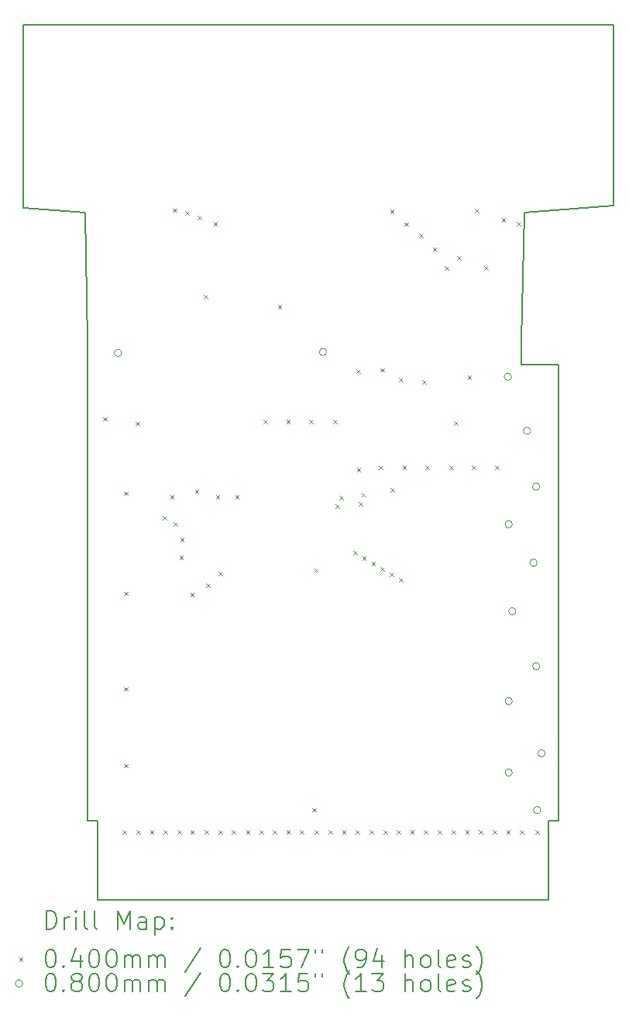
<source format=gbr>
%TF.GenerationSoftware,KiCad,Pcbnew,6.0.8*%
%TF.CreationDate,2022-10-09T16:42:21-07:00*%
%TF.ProjectId,interposer,696e7465-7270-46f7-9365-722e6b696361,v4.0*%
%TF.SameCoordinates,Original*%
%TF.FileFunction,Drillmap*%
%TF.FilePolarity,Positive*%
%FSLAX45Y45*%
G04 Gerber Fmt 4.5, Leading zero omitted, Abs format (unit mm)*
G04 Created by KiCad (PCBNEW 6.0.8) date 2022-10-09 16:42:21*
%MOMM*%
%LPD*%
G01*
G04 APERTURE LIST*
%ADD10C,0.150000*%
%ADD11C,0.200000*%
%ADD12C,0.040000*%
%ADD13C,0.080000*%
G04 APERTURE END LIST*
D10*
X7430000Y-9140000D02*
X7430000Y-3900000D01*
X6725000Y-450000D02*
X8225000Y-450000D01*
X12200000Y-2500000D02*
X13175000Y-2425000D01*
X7430000Y-3900000D02*
X7400000Y-2500000D01*
X7400000Y-2500000D02*
X6725000Y-2450000D01*
X12570000Y-9140000D02*
X12570000Y-4160000D01*
X7540000Y-10000000D02*
X12460000Y-10000000D01*
X13175000Y-450000D02*
X13125000Y-450000D01*
X13175000Y-2425000D02*
X13175000Y-950000D01*
X12460000Y-10000000D02*
X12460000Y-9140000D01*
X12170000Y-3900000D02*
X12170000Y-4160000D01*
X12460000Y-9140000D02*
X12570000Y-9140000D01*
X12570000Y-4160000D02*
X12170000Y-4160000D01*
X6725000Y-2450000D02*
X6725000Y-450000D01*
X7540000Y-9140000D02*
X7430000Y-9140000D01*
X7540000Y-10000000D02*
X7540000Y-9140000D01*
X13175000Y-950000D02*
X13175000Y-450000D01*
X8225000Y-450000D02*
X13125000Y-450000D01*
X12170000Y-3900000D02*
X12200000Y-2500000D01*
D11*
D12*
X7600000Y-4729800D02*
X7640000Y-4769800D01*
X7640000Y-4729800D02*
X7600000Y-4769800D01*
X7810000Y-9240000D02*
X7850000Y-9280000D01*
X7850000Y-9240000D02*
X7810000Y-9280000D01*
X7828600Y-5542600D02*
X7868600Y-5582600D01*
X7868600Y-5542600D02*
X7828600Y-5582600D01*
X7828600Y-6634800D02*
X7868600Y-6674800D01*
X7868600Y-6634800D02*
X7828600Y-6674800D01*
X7828600Y-7676200D02*
X7868600Y-7716200D01*
X7868600Y-7676200D02*
X7828600Y-7716200D01*
X7828600Y-8514400D02*
X7868600Y-8554400D01*
X7868600Y-8514400D02*
X7828600Y-8554400D01*
X7952000Y-4782000D02*
X7992000Y-4822000D01*
X7992000Y-4782000D02*
X7952000Y-4822000D01*
X7960000Y-9240000D02*
X8000000Y-9280000D01*
X8000000Y-9240000D02*
X7960000Y-9280000D01*
X8110000Y-9240000D02*
X8150000Y-9280000D01*
X8150000Y-9240000D02*
X8110000Y-9280000D01*
X8250000Y-5810000D02*
X8290000Y-5850000D01*
X8290000Y-5810000D02*
X8250000Y-5850000D01*
X8260000Y-9240000D02*
X8300000Y-9280000D01*
X8300000Y-9240000D02*
X8260000Y-9280000D01*
X8330000Y-5580000D02*
X8370000Y-5620000D01*
X8370000Y-5580000D02*
X8330000Y-5620000D01*
X8357000Y-2454000D02*
X8397000Y-2494000D01*
X8397000Y-2454000D02*
X8357000Y-2494000D01*
X8364760Y-5875240D02*
X8404760Y-5915240D01*
X8404760Y-5875240D02*
X8364760Y-5915240D01*
X8410000Y-9240000D02*
X8450000Y-9280000D01*
X8450000Y-9240000D02*
X8410000Y-9280000D01*
X8430000Y-6240000D02*
X8470000Y-6280000D01*
X8470000Y-6240000D02*
X8430000Y-6280000D01*
X8440000Y-6050000D02*
X8480000Y-6090000D01*
X8480000Y-6050000D02*
X8440000Y-6090000D01*
X8493000Y-2485000D02*
X8533000Y-2525000D01*
X8533000Y-2485000D02*
X8493000Y-2525000D01*
X8550000Y-6649000D02*
X8590000Y-6689000D01*
X8590000Y-6649000D02*
X8550000Y-6689000D01*
X8550000Y-9240000D02*
X8590000Y-9280000D01*
X8590000Y-9240000D02*
X8550000Y-9280000D01*
X8600000Y-5520000D02*
X8640000Y-5560000D01*
X8640000Y-5520000D02*
X8600000Y-5560000D01*
X8627000Y-2536000D02*
X8667000Y-2576000D01*
X8667000Y-2536000D02*
X8627000Y-2576000D01*
X8697000Y-3399000D02*
X8737000Y-3439000D01*
X8737000Y-3399000D02*
X8697000Y-3439000D01*
X8705000Y-9240000D02*
X8745000Y-9280000D01*
X8745000Y-9240000D02*
X8705000Y-9280000D01*
X8720000Y-6546000D02*
X8760000Y-6586000D01*
X8760000Y-6546000D02*
X8720000Y-6586000D01*
X8804000Y-2598000D02*
X8844000Y-2638000D01*
X8844000Y-2598000D02*
X8804000Y-2638000D01*
X8830000Y-5580000D02*
X8870000Y-5620000D01*
X8870000Y-5580000D02*
X8830000Y-5620000D01*
X8860000Y-6417000D02*
X8900000Y-6457000D01*
X8900000Y-6417000D02*
X8860000Y-6457000D01*
X8860000Y-9240000D02*
X8900000Y-9280000D01*
X8900000Y-9240000D02*
X8860000Y-9280000D01*
X9000000Y-9240000D02*
X9040000Y-9280000D01*
X9040000Y-9240000D02*
X9000000Y-9280000D01*
X9040000Y-5580000D02*
X9080000Y-5620000D01*
X9080000Y-5580000D02*
X9040000Y-5620000D01*
X9160000Y-9240000D02*
X9200000Y-9280000D01*
X9200000Y-9240000D02*
X9160000Y-9280000D01*
X9310000Y-9240000D02*
X9350000Y-9280000D01*
X9350000Y-9240000D02*
X9310000Y-9280000D01*
X9350000Y-4760000D02*
X9390000Y-4800000D01*
X9390000Y-4760000D02*
X9350000Y-4800000D01*
X9450000Y-9240000D02*
X9490000Y-9280000D01*
X9490000Y-9240000D02*
X9450000Y-9280000D01*
X9507000Y-3510000D02*
X9547000Y-3550000D01*
X9547000Y-3510000D02*
X9507000Y-3550000D01*
X9600000Y-4760000D02*
X9640000Y-4800000D01*
X9640000Y-4760000D02*
X9600000Y-4800000D01*
X9600000Y-9240000D02*
X9640000Y-9280000D01*
X9640000Y-9240000D02*
X9600000Y-9280000D01*
X9750000Y-9240000D02*
X9790000Y-9280000D01*
X9790000Y-9240000D02*
X9750000Y-9280000D01*
X9850000Y-4760000D02*
X9890000Y-4800000D01*
X9890000Y-4760000D02*
X9850000Y-4800000D01*
X9886000Y-8997000D02*
X9926000Y-9037000D01*
X9926000Y-8997000D02*
X9886000Y-9037000D01*
X9903000Y-6382000D02*
X9943000Y-6422000D01*
X9943000Y-6382000D02*
X9903000Y-6422000D01*
X9910000Y-9240000D02*
X9950000Y-9280000D01*
X9950000Y-9240000D02*
X9910000Y-9280000D01*
X10060000Y-9240000D02*
X10100000Y-9280000D01*
X10100000Y-9240000D02*
X10060000Y-9280000D01*
X10110000Y-4760000D02*
X10150000Y-4800000D01*
X10150000Y-4760000D02*
X10110000Y-4800000D01*
X10140000Y-5680000D02*
X10180000Y-5720000D01*
X10180000Y-5680000D02*
X10140000Y-5720000D01*
X10180614Y-5588619D02*
X10220614Y-5628619D01*
X10220614Y-5588619D02*
X10180614Y-5628619D01*
X10210000Y-9240000D02*
X10250000Y-9280000D01*
X10250000Y-9240000D02*
X10210000Y-9280000D01*
X10330000Y-6190000D02*
X10370000Y-6230000D01*
X10370000Y-6190000D02*
X10330000Y-6230000D01*
X10360000Y-9240000D02*
X10400000Y-9280000D01*
X10400000Y-9240000D02*
X10360000Y-9280000D01*
X10366000Y-4210000D02*
X10406000Y-4250000D01*
X10406000Y-4210000D02*
X10366000Y-4250000D01*
X10369000Y-5286000D02*
X10409000Y-5326000D01*
X10409000Y-5286000D02*
X10369000Y-5326000D01*
X10390000Y-5660000D02*
X10430000Y-5700000D01*
X10430000Y-5660000D02*
X10390000Y-5700000D01*
X10420000Y-5560000D02*
X10460000Y-5600000D01*
X10460000Y-5560000D02*
X10420000Y-5600000D01*
X10429999Y-6250000D02*
X10469999Y-6290000D01*
X10469999Y-6250000D02*
X10429999Y-6290000D01*
X10510000Y-9240000D02*
X10550000Y-9280000D01*
X10550000Y-9240000D02*
X10510000Y-9280000D01*
X10530000Y-6310000D02*
X10570000Y-6350000D01*
X10570000Y-6310000D02*
X10530000Y-6350000D01*
X10610000Y-5260000D02*
X10650000Y-5300000D01*
X10650000Y-5260000D02*
X10610000Y-5300000D01*
X10628000Y-4196000D02*
X10668000Y-4236000D01*
X10668000Y-4196000D02*
X10628000Y-4236000D01*
X10629999Y-6370000D02*
X10669999Y-6410000D01*
X10669999Y-6370000D02*
X10629999Y-6410000D01*
X10660000Y-9240000D02*
X10700000Y-9280000D01*
X10700000Y-9240000D02*
X10660000Y-9280000D01*
X10730712Y-6430711D02*
X10770712Y-6470711D01*
X10770712Y-6430711D02*
X10730712Y-6470711D01*
X10734000Y-2465000D02*
X10774000Y-2505000D01*
X10774000Y-2465000D02*
X10734000Y-2505000D01*
X10740000Y-5504000D02*
X10780000Y-5544000D01*
X10780000Y-5504000D02*
X10740000Y-5544000D01*
X10805000Y-9240000D02*
X10845000Y-9280000D01*
X10845000Y-9240000D02*
X10805000Y-9280000D01*
X10829950Y-4301000D02*
X10869950Y-4341000D01*
X10869950Y-4301000D02*
X10829950Y-4341000D01*
X10830000Y-6490000D02*
X10870000Y-6530000D01*
X10870000Y-6490000D02*
X10830000Y-6530000D01*
X10870000Y-5260000D02*
X10910000Y-5300000D01*
X10910000Y-5260000D02*
X10870000Y-5300000D01*
X10888000Y-2606000D02*
X10928000Y-2646000D01*
X10928000Y-2606000D02*
X10888000Y-2646000D01*
X10955000Y-9240000D02*
X10995000Y-9280000D01*
X10995000Y-9240000D02*
X10955000Y-9280000D01*
X11052000Y-2725000D02*
X11092000Y-2765000D01*
X11092000Y-2725000D02*
X11052000Y-2765000D01*
X11086950Y-4329366D02*
X11126950Y-4369366D01*
X11126950Y-4329366D02*
X11086950Y-4369366D01*
X11105000Y-9240000D02*
X11145000Y-9280000D01*
X11145000Y-9240000D02*
X11105000Y-9280000D01*
X11120000Y-5260000D02*
X11160000Y-5300000D01*
X11160000Y-5260000D02*
X11120000Y-5300000D01*
X11199000Y-2879000D02*
X11239000Y-2919000D01*
X11239000Y-2879000D02*
X11199000Y-2919000D01*
X11255000Y-9240000D02*
X11295000Y-9280000D01*
X11295000Y-9240000D02*
X11255000Y-9280000D01*
X11328000Y-3083000D02*
X11368000Y-3123000D01*
X11368000Y-3083000D02*
X11328000Y-3123000D01*
X11380000Y-5260000D02*
X11420000Y-5300000D01*
X11420000Y-5260000D02*
X11380000Y-5300000D01*
X11405000Y-9240000D02*
X11445000Y-9280000D01*
X11445000Y-9240000D02*
X11405000Y-9280000D01*
X11432000Y-4780000D02*
X11472000Y-4820000D01*
X11472000Y-4780000D02*
X11432000Y-4820000D01*
X11466000Y-2975000D02*
X11506000Y-3015000D01*
X11506000Y-2975000D02*
X11466000Y-3015000D01*
X11555000Y-9240000D02*
X11595000Y-9280000D01*
X11595000Y-9240000D02*
X11555000Y-9280000D01*
X11580214Y-4276047D02*
X11620214Y-4316047D01*
X11620214Y-4276047D02*
X11580214Y-4316047D01*
X11630000Y-5260000D02*
X11670000Y-5300000D01*
X11670000Y-5260000D02*
X11630000Y-5300000D01*
X11661000Y-2459000D02*
X11701000Y-2499000D01*
X11701000Y-2459000D02*
X11661000Y-2499000D01*
X11705000Y-9240000D02*
X11745000Y-9280000D01*
X11745000Y-9240000D02*
X11705000Y-9280000D01*
X11763000Y-3083000D02*
X11803000Y-3123000D01*
X11803000Y-3083000D02*
X11763000Y-3123000D01*
X11855000Y-9240000D02*
X11895000Y-9280000D01*
X11895000Y-9240000D02*
X11855000Y-9280000D01*
X11880000Y-5260000D02*
X11920000Y-5300000D01*
X11920000Y-5260000D02*
X11880000Y-5300000D01*
X11953000Y-2557000D02*
X11993000Y-2597000D01*
X11993000Y-2557000D02*
X11953000Y-2597000D01*
X12005000Y-9240000D02*
X12045000Y-9280000D01*
X12045000Y-9240000D02*
X12005000Y-9280000D01*
X12120000Y-2603000D02*
X12160000Y-2643000D01*
X12160000Y-2603000D02*
X12120000Y-2643000D01*
X12155000Y-9240000D02*
X12195000Y-9280000D01*
X12195000Y-9240000D02*
X12155000Y-9280000D01*
X12320000Y-9240000D02*
X12360000Y-9280000D01*
X12360000Y-9240000D02*
X12320000Y-9280000D01*
D13*
X7800000Y-4030000D02*
G75*
G03*
X7800000Y-4030000I-40000J0D01*
G01*
X10040000Y-4020000D02*
G75*
G03*
X10040000Y-4020000I-40000J0D01*
G01*
X12060000Y-4290000D02*
G75*
G03*
X12060000Y-4290000I-40000J0D01*
G01*
X12070000Y-5900000D02*
G75*
G03*
X12070000Y-5900000I-40000J0D01*
G01*
X12070000Y-7830000D02*
G75*
G03*
X12070000Y-7830000I-40000J0D01*
G01*
X12070000Y-8610000D02*
G75*
G03*
X12070000Y-8610000I-40000J0D01*
G01*
X12110000Y-6850000D02*
G75*
G03*
X12110000Y-6850000I-40000J0D01*
G01*
X12270000Y-4880000D02*
G75*
G03*
X12270000Y-4880000I-40000J0D01*
G01*
X12340000Y-6320000D02*
G75*
G03*
X12340000Y-6320000I-40000J0D01*
G01*
X12370000Y-5490000D02*
G75*
G03*
X12370000Y-5490000I-40000J0D01*
G01*
X12370000Y-7450000D02*
G75*
G03*
X12370000Y-7450000I-40000J0D01*
G01*
X12380000Y-9020000D02*
G75*
G03*
X12380000Y-9020000I-40000J0D01*
G01*
X12430000Y-8400000D02*
G75*
G03*
X12430000Y-8400000I-40000J0D01*
G01*
D11*
X6975119Y-10317976D02*
X6975119Y-10117976D01*
X7022738Y-10117976D01*
X7051309Y-10127500D01*
X7070357Y-10146548D01*
X7079881Y-10165595D01*
X7089405Y-10203690D01*
X7089405Y-10232262D01*
X7079881Y-10270357D01*
X7070357Y-10289405D01*
X7051309Y-10308452D01*
X7022738Y-10317976D01*
X6975119Y-10317976D01*
X7175119Y-10317976D02*
X7175119Y-10184643D01*
X7175119Y-10222738D02*
X7184643Y-10203690D01*
X7194167Y-10194167D01*
X7213214Y-10184643D01*
X7232262Y-10184643D01*
X7298928Y-10317976D02*
X7298928Y-10184643D01*
X7298928Y-10117976D02*
X7289405Y-10127500D01*
X7298928Y-10137024D01*
X7308452Y-10127500D01*
X7298928Y-10117976D01*
X7298928Y-10137024D01*
X7422738Y-10317976D02*
X7403690Y-10308452D01*
X7394167Y-10289405D01*
X7394167Y-10117976D01*
X7527500Y-10317976D02*
X7508452Y-10308452D01*
X7498928Y-10289405D01*
X7498928Y-10117976D01*
X7756071Y-10317976D02*
X7756071Y-10117976D01*
X7822738Y-10260833D01*
X7889405Y-10117976D01*
X7889405Y-10317976D01*
X8070357Y-10317976D02*
X8070357Y-10213214D01*
X8060833Y-10194167D01*
X8041786Y-10184643D01*
X8003690Y-10184643D01*
X7984643Y-10194167D01*
X8070357Y-10308452D02*
X8051309Y-10317976D01*
X8003690Y-10317976D01*
X7984643Y-10308452D01*
X7975119Y-10289405D01*
X7975119Y-10270357D01*
X7984643Y-10251310D01*
X8003690Y-10241786D01*
X8051309Y-10241786D01*
X8070357Y-10232262D01*
X8165595Y-10184643D02*
X8165595Y-10384643D01*
X8165595Y-10194167D02*
X8184643Y-10184643D01*
X8222738Y-10184643D01*
X8241786Y-10194167D01*
X8251309Y-10203690D01*
X8260833Y-10222738D01*
X8260833Y-10279881D01*
X8251309Y-10298929D01*
X8241786Y-10308452D01*
X8222738Y-10317976D01*
X8184643Y-10317976D01*
X8165595Y-10308452D01*
X8346548Y-10298929D02*
X8356071Y-10308452D01*
X8346548Y-10317976D01*
X8337024Y-10308452D01*
X8346548Y-10298929D01*
X8346548Y-10317976D01*
X8346548Y-10194167D02*
X8356071Y-10203690D01*
X8346548Y-10213214D01*
X8337024Y-10203690D01*
X8346548Y-10194167D01*
X8346548Y-10213214D01*
D12*
X6677500Y-10627500D02*
X6717500Y-10667500D01*
X6717500Y-10627500D02*
X6677500Y-10667500D01*
D11*
X7013214Y-10537976D02*
X7032262Y-10537976D01*
X7051309Y-10547500D01*
X7060833Y-10557024D01*
X7070357Y-10576071D01*
X7079881Y-10614167D01*
X7079881Y-10661786D01*
X7070357Y-10699881D01*
X7060833Y-10718929D01*
X7051309Y-10728452D01*
X7032262Y-10737976D01*
X7013214Y-10737976D01*
X6994167Y-10728452D01*
X6984643Y-10718929D01*
X6975119Y-10699881D01*
X6965595Y-10661786D01*
X6965595Y-10614167D01*
X6975119Y-10576071D01*
X6984643Y-10557024D01*
X6994167Y-10547500D01*
X7013214Y-10537976D01*
X7165595Y-10718929D02*
X7175119Y-10728452D01*
X7165595Y-10737976D01*
X7156071Y-10728452D01*
X7165595Y-10718929D01*
X7165595Y-10737976D01*
X7346548Y-10604643D02*
X7346548Y-10737976D01*
X7298928Y-10528452D02*
X7251309Y-10671310D01*
X7375119Y-10671310D01*
X7489405Y-10537976D02*
X7508452Y-10537976D01*
X7527500Y-10547500D01*
X7537024Y-10557024D01*
X7546548Y-10576071D01*
X7556071Y-10614167D01*
X7556071Y-10661786D01*
X7546548Y-10699881D01*
X7537024Y-10718929D01*
X7527500Y-10728452D01*
X7508452Y-10737976D01*
X7489405Y-10737976D01*
X7470357Y-10728452D01*
X7460833Y-10718929D01*
X7451309Y-10699881D01*
X7441786Y-10661786D01*
X7441786Y-10614167D01*
X7451309Y-10576071D01*
X7460833Y-10557024D01*
X7470357Y-10547500D01*
X7489405Y-10537976D01*
X7679881Y-10537976D02*
X7698928Y-10537976D01*
X7717976Y-10547500D01*
X7727500Y-10557024D01*
X7737024Y-10576071D01*
X7746548Y-10614167D01*
X7746548Y-10661786D01*
X7737024Y-10699881D01*
X7727500Y-10718929D01*
X7717976Y-10728452D01*
X7698928Y-10737976D01*
X7679881Y-10737976D01*
X7660833Y-10728452D01*
X7651309Y-10718929D01*
X7641786Y-10699881D01*
X7632262Y-10661786D01*
X7632262Y-10614167D01*
X7641786Y-10576071D01*
X7651309Y-10557024D01*
X7660833Y-10547500D01*
X7679881Y-10537976D01*
X7832262Y-10737976D02*
X7832262Y-10604643D01*
X7832262Y-10623690D02*
X7841786Y-10614167D01*
X7860833Y-10604643D01*
X7889405Y-10604643D01*
X7908452Y-10614167D01*
X7917976Y-10633214D01*
X7917976Y-10737976D01*
X7917976Y-10633214D02*
X7927500Y-10614167D01*
X7946548Y-10604643D01*
X7975119Y-10604643D01*
X7994167Y-10614167D01*
X8003690Y-10633214D01*
X8003690Y-10737976D01*
X8098928Y-10737976D02*
X8098928Y-10604643D01*
X8098928Y-10623690D02*
X8108452Y-10614167D01*
X8127500Y-10604643D01*
X8156071Y-10604643D01*
X8175119Y-10614167D01*
X8184643Y-10633214D01*
X8184643Y-10737976D01*
X8184643Y-10633214D02*
X8194167Y-10614167D01*
X8213214Y-10604643D01*
X8241786Y-10604643D01*
X8260833Y-10614167D01*
X8270357Y-10633214D01*
X8270357Y-10737976D01*
X8660833Y-10528452D02*
X8489405Y-10785595D01*
X8917976Y-10537976D02*
X8937024Y-10537976D01*
X8956071Y-10547500D01*
X8965595Y-10557024D01*
X8975119Y-10576071D01*
X8984643Y-10614167D01*
X8984643Y-10661786D01*
X8975119Y-10699881D01*
X8965595Y-10718929D01*
X8956071Y-10728452D01*
X8937024Y-10737976D01*
X8917976Y-10737976D01*
X8898929Y-10728452D01*
X8889405Y-10718929D01*
X8879881Y-10699881D01*
X8870357Y-10661786D01*
X8870357Y-10614167D01*
X8879881Y-10576071D01*
X8889405Y-10557024D01*
X8898929Y-10547500D01*
X8917976Y-10537976D01*
X9070357Y-10718929D02*
X9079881Y-10728452D01*
X9070357Y-10737976D01*
X9060833Y-10728452D01*
X9070357Y-10718929D01*
X9070357Y-10737976D01*
X9203690Y-10537976D02*
X9222738Y-10537976D01*
X9241786Y-10547500D01*
X9251310Y-10557024D01*
X9260833Y-10576071D01*
X9270357Y-10614167D01*
X9270357Y-10661786D01*
X9260833Y-10699881D01*
X9251310Y-10718929D01*
X9241786Y-10728452D01*
X9222738Y-10737976D01*
X9203690Y-10737976D01*
X9184643Y-10728452D01*
X9175119Y-10718929D01*
X9165595Y-10699881D01*
X9156071Y-10661786D01*
X9156071Y-10614167D01*
X9165595Y-10576071D01*
X9175119Y-10557024D01*
X9184643Y-10547500D01*
X9203690Y-10537976D01*
X9460833Y-10737976D02*
X9346548Y-10737976D01*
X9403690Y-10737976D02*
X9403690Y-10537976D01*
X9384643Y-10566548D01*
X9365595Y-10585595D01*
X9346548Y-10595119D01*
X9641786Y-10537976D02*
X9546548Y-10537976D01*
X9537024Y-10633214D01*
X9546548Y-10623690D01*
X9565595Y-10614167D01*
X9613214Y-10614167D01*
X9632262Y-10623690D01*
X9641786Y-10633214D01*
X9651310Y-10652262D01*
X9651310Y-10699881D01*
X9641786Y-10718929D01*
X9632262Y-10728452D01*
X9613214Y-10737976D01*
X9565595Y-10737976D01*
X9546548Y-10728452D01*
X9537024Y-10718929D01*
X9717976Y-10537976D02*
X9851310Y-10537976D01*
X9765595Y-10737976D01*
X9917976Y-10537976D02*
X9917976Y-10576071D01*
X9994167Y-10537976D02*
X9994167Y-10576071D01*
X10289405Y-10814167D02*
X10279881Y-10804643D01*
X10260833Y-10776071D01*
X10251310Y-10757024D01*
X10241786Y-10728452D01*
X10232262Y-10680833D01*
X10232262Y-10642738D01*
X10241786Y-10595119D01*
X10251310Y-10566548D01*
X10260833Y-10547500D01*
X10279881Y-10518929D01*
X10289405Y-10509405D01*
X10375119Y-10737976D02*
X10413214Y-10737976D01*
X10432262Y-10728452D01*
X10441786Y-10718929D01*
X10460833Y-10690357D01*
X10470357Y-10652262D01*
X10470357Y-10576071D01*
X10460833Y-10557024D01*
X10451310Y-10547500D01*
X10432262Y-10537976D01*
X10394167Y-10537976D01*
X10375119Y-10547500D01*
X10365595Y-10557024D01*
X10356071Y-10576071D01*
X10356071Y-10623690D01*
X10365595Y-10642738D01*
X10375119Y-10652262D01*
X10394167Y-10661786D01*
X10432262Y-10661786D01*
X10451310Y-10652262D01*
X10460833Y-10642738D01*
X10470357Y-10623690D01*
X10641786Y-10604643D02*
X10641786Y-10737976D01*
X10594167Y-10528452D02*
X10546548Y-10671310D01*
X10670357Y-10671310D01*
X10898929Y-10737976D02*
X10898929Y-10537976D01*
X10984643Y-10737976D02*
X10984643Y-10633214D01*
X10975119Y-10614167D01*
X10956071Y-10604643D01*
X10927500Y-10604643D01*
X10908452Y-10614167D01*
X10898929Y-10623690D01*
X11108452Y-10737976D02*
X11089405Y-10728452D01*
X11079881Y-10718929D01*
X11070357Y-10699881D01*
X11070357Y-10642738D01*
X11079881Y-10623690D01*
X11089405Y-10614167D01*
X11108452Y-10604643D01*
X11137024Y-10604643D01*
X11156071Y-10614167D01*
X11165595Y-10623690D01*
X11175119Y-10642738D01*
X11175119Y-10699881D01*
X11165595Y-10718929D01*
X11156071Y-10728452D01*
X11137024Y-10737976D01*
X11108452Y-10737976D01*
X11289405Y-10737976D02*
X11270357Y-10728452D01*
X11260833Y-10709405D01*
X11260833Y-10537976D01*
X11441786Y-10728452D02*
X11422738Y-10737976D01*
X11384643Y-10737976D01*
X11365595Y-10728452D01*
X11356071Y-10709405D01*
X11356071Y-10633214D01*
X11365595Y-10614167D01*
X11384643Y-10604643D01*
X11422738Y-10604643D01*
X11441786Y-10614167D01*
X11451309Y-10633214D01*
X11451309Y-10652262D01*
X11356071Y-10671310D01*
X11527500Y-10728452D02*
X11546548Y-10737976D01*
X11584643Y-10737976D01*
X11603690Y-10728452D01*
X11613214Y-10709405D01*
X11613214Y-10699881D01*
X11603690Y-10680833D01*
X11584643Y-10671310D01*
X11556071Y-10671310D01*
X11537024Y-10661786D01*
X11527500Y-10642738D01*
X11527500Y-10633214D01*
X11537024Y-10614167D01*
X11556071Y-10604643D01*
X11584643Y-10604643D01*
X11603690Y-10614167D01*
X11679881Y-10814167D02*
X11689405Y-10804643D01*
X11708452Y-10776071D01*
X11717976Y-10757024D01*
X11727500Y-10728452D01*
X11737024Y-10680833D01*
X11737024Y-10642738D01*
X11727500Y-10595119D01*
X11717976Y-10566548D01*
X11708452Y-10547500D01*
X11689405Y-10518929D01*
X11679881Y-10509405D01*
D13*
X6717500Y-10911500D02*
G75*
G03*
X6717500Y-10911500I-40000J0D01*
G01*
D11*
X7013214Y-10801976D02*
X7032262Y-10801976D01*
X7051309Y-10811500D01*
X7060833Y-10821024D01*
X7070357Y-10840071D01*
X7079881Y-10878167D01*
X7079881Y-10925786D01*
X7070357Y-10963881D01*
X7060833Y-10982929D01*
X7051309Y-10992452D01*
X7032262Y-11001976D01*
X7013214Y-11001976D01*
X6994167Y-10992452D01*
X6984643Y-10982929D01*
X6975119Y-10963881D01*
X6965595Y-10925786D01*
X6965595Y-10878167D01*
X6975119Y-10840071D01*
X6984643Y-10821024D01*
X6994167Y-10811500D01*
X7013214Y-10801976D01*
X7165595Y-10982929D02*
X7175119Y-10992452D01*
X7165595Y-11001976D01*
X7156071Y-10992452D01*
X7165595Y-10982929D01*
X7165595Y-11001976D01*
X7289405Y-10887690D02*
X7270357Y-10878167D01*
X7260833Y-10868643D01*
X7251309Y-10849595D01*
X7251309Y-10840071D01*
X7260833Y-10821024D01*
X7270357Y-10811500D01*
X7289405Y-10801976D01*
X7327500Y-10801976D01*
X7346548Y-10811500D01*
X7356071Y-10821024D01*
X7365595Y-10840071D01*
X7365595Y-10849595D01*
X7356071Y-10868643D01*
X7346548Y-10878167D01*
X7327500Y-10887690D01*
X7289405Y-10887690D01*
X7270357Y-10897214D01*
X7260833Y-10906738D01*
X7251309Y-10925786D01*
X7251309Y-10963881D01*
X7260833Y-10982929D01*
X7270357Y-10992452D01*
X7289405Y-11001976D01*
X7327500Y-11001976D01*
X7346548Y-10992452D01*
X7356071Y-10982929D01*
X7365595Y-10963881D01*
X7365595Y-10925786D01*
X7356071Y-10906738D01*
X7346548Y-10897214D01*
X7327500Y-10887690D01*
X7489405Y-10801976D02*
X7508452Y-10801976D01*
X7527500Y-10811500D01*
X7537024Y-10821024D01*
X7546548Y-10840071D01*
X7556071Y-10878167D01*
X7556071Y-10925786D01*
X7546548Y-10963881D01*
X7537024Y-10982929D01*
X7527500Y-10992452D01*
X7508452Y-11001976D01*
X7489405Y-11001976D01*
X7470357Y-10992452D01*
X7460833Y-10982929D01*
X7451309Y-10963881D01*
X7441786Y-10925786D01*
X7441786Y-10878167D01*
X7451309Y-10840071D01*
X7460833Y-10821024D01*
X7470357Y-10811500D01*
X7489405Y-10801976D01*
X7679881Y-10801976D02*
X7698928Y-10801976D01*
X7717976Y-10811500D01*
X7727500Y-10821024D01*
X7737024Y-10840071D01*
X7746548Y-10878167D01*
X7746548Y-10925786D01*
X7737024Y-10963881D01*
X7727500Y-10982929D01*
X7717976Y-10992452D01*
X7698928Y-11001976D01*
X7679881Y-11001976D01*
X7660833Y-10992452D01*
X7651309Y-10982929D01*
X7641786Y-10963881D01*
X7632262Y-10925786D01*
X7632262Y-10878167D01*
X7641786Y-10840071D01*
X7651309Y-10821024D01*
X7660833Y-10811500D01*
X7679881Y-10801976D01*
X7832262Y-11001976D02*
X7832262Y-10868643D01*
X7832262Y-10887690D02*
X7841786Y-10878167D01*
X7860833Y-10868643D01*
X7889405Y-10868643D01*
X7908452Y-10878167D01*
X7917976Y-10897214D01*
X7917976Y-11001976D01*
X7917976Y-10897214D02*
X7927500Y-10878167D01*
X7946548Y-10868643D01*
X7975119Y-10868643D01*
X7994167Y-10878167D01*
X8003690Y-10897214D01*
X8003690Y-11001976D01*
X8098928Y-11001976D02*
X8098928Y-10868643D01*
X8098928Y-10887690D02*
X8108452Y-10878167D01*
X8127500Y-10868643D01*
X8156071Y-10868643D01*
X8175119Y-10878167D01*
X8184643Y-10897214D01*
X8184643Y-11001976D01*
X8184643Y-10897214D02*
X8194167Y-10878167D01*
X8213214Y-10868643D01*
X8241786Y-10868643D01*
X8260833Y-10878167D01*
X8270357Y-10897214D01*
X8270357Y-11001976D01*
X8660833Y-10792452D02*
X8489405Y-11049595D01*
X8917976Y-10801976D02*
X8937024Y-10801976D01*
X8956071Y-10811500D01*
X8965595Y-10821024D01*
X8975119Y-10840071D01*
X8984643Y-10878167D01*
X8984643Y-10925786D01*
X8975119Y-10963881D01*
X8965595Y-10982929D01*
X8956071Y-10992452D01*
X8937024Y-11001976D01*
X8917976Y-11001976D01*
X8898929Y-10992452D01*
X8889405Y-10982929D01*
X8879881Y-10963881D01*
X8870357Y-10925786D01*
X8870357Y-10878167D01*
X8879881Y-10840071D01*
X8889405Y-10821024D01*
X8898929Y-10811500D01*
X8917976Y-10801976D01*
X9070357Y-10982929D02*
X9079881Y-10992452D01*
X9070357Y-11001976D01*
X9060833Y-10992452D01*
X9070357Y-10982929D01*
X9070357Y-11001976D01*
X9203690Y-10801976D02*
X9222738Y-10801976D01*
X9241786Y-10811500D01*
X9251310Y-10821024D01*
X9260833Y-10840071D01*
X9270357Y-10878167D01*
X9270357Y-10925786D01*
X9260833Y-10963881D01*
X9251310Y-10982929D01*
X9241786Y-10992452D01*
X9222738Y-11001976D01*
X9203690Y-11001976D01*
X9184643Y-10992452D01*
X9175119Y-10982929D01*
X9165595Y-10963881D01*
X9156071Y-10925786D01*
X9156071Y-10878167D01*
X9165595Y-10840071D01*
X9175119Y-10821024D01*
X9184643Y-10811500D01*
X9203690Y-10801976D01*
X9337024Y-10801976D02*
X9460833Y-10801976D01*
X9394167Y-10878167D01*
X9422738Y-10878167D01*
X9441786Y-10887690D01*
X9451310Y-10897214D01*
X9460833Y-10916262D01*
X9460833Y-10963881D01*
X9451310Y-10982929D01*
X9441786Y-10992452D01*
X9422738Y-11001976D01*
X9365595Y-11001976D01*
X9346548Y-10992452D01*
X9337024Y-10982929D01*
X9651310Y-11001976D02*
X9537024Y-11001976D01*
X9594167Y-11001976D02*
X9594167Y-10801976D01*
X9575119Y-10830548D01*
X9556071Y-10849595D01*
X9537024Y-10859119D01*
X9832262Y-10801976D02*
X9737024Y-10801976D01*
X9727500Y-10897214D01*
X9737024Y-10887690D01*
X9756071Y-10878167D01*
X9803690Y-10878167D01*
X9822738Y-10887690D01*
X9832262Y-10897214D01*
X9841786Y-10916262D01*
X9841786Y-10963881D01*
X9832262Y-10982929D01*
X9822738Y-10992452D01*
X9803690Y-11001976D01*
X9756071Y-11001976D01*
X9737024Y-10992452D01*
X9727500Y-10982929D01*
X9917976Y-10801976D02*
X9917976Y-10840071D01*
X9994167Y-10801976D02*
X9994167Y-10840071D01*
X10289405Y-11078167D02*
X10279881Y-11068643D01*
X10260833Y-11040071D01*
X10251310Y-11021024D01*
X10241786Y-10992452D01*
X10232262Y-10944833D01*
X10232262Y-10906738D01*
X10241786Y-10859119D01*
X10251310Y-10830548D01*
X10260833Y-10811500D01*
X10279881Y-10782929D01*
X10289405Y-10773405D01*
X10470357Y-11001976D02*
X10356071Y-11001976D01*
X10413214Y-11001976D02*
X10413214Y-10801976D01*
X10394167Y-10830548D01*
X10375119Y-10849595D01*
X10356071Y-10859119D01*
X10537024Y-10801976D02*
X10660833Y-10801976D01*
X10594167Y-10878167D01*
X10622738Y-10878167D01*
X10641786Y-10887690D01*
X10651310Y-10897214D01*
X10660833Y-10916262D01*
X10660833Y-10963881D01*
X10651310Y-10982929D01*
X10641786Y-10992452D01*
X10622738Y-11001976D01*
X10565595Y-11001976D01*
X10546548Y-10992452D01*
X10537024Y-10982929D01*
X10898929Y-11001976D02*
X10898929Y-10801976D01*
X10984643Y-11001976D02*
X10984643Y-10897214D01*
X10975119Y-10878167D01*
X10956071Y-10868643D01*
X10927500Y-10868643D01*
X10908452Y-10878167D01*
X10898929Y-10887690D01*
X11108452Y-11001976D02*
X11089405Y-10992452D01*
X11079881Y-10982929D01*
X11070357Y-10963881D01*
X11070357Y-10906738D01*
X11079881Y-10887690D01*
X11089405Y-10878167D01*
X11108452Y-10868643D01*
X11137024Y-10868643D01*
X11156071Y-10878167D01*
X11165595Y-10887690D01*
X11175119Y-10906738D01*
X11175119Y-10963881D01*
X11165595Y-10982929D01*
X11156071Y-10992452D01*
X11137024Y-11001976D01*
X11108452Y-11001976D01*
X11289405Y-11001976D02*
X11270357Y-10992452D01*
X11260833Y-10973405D01*
X11260833Y-10801976D01*
X11441786Y-10992452D02*
X11422738Y-11001976D01*
X11384643Y-11001976D01*
X11365595Y-10992452D01*
X11356071Y-10973405D01*
X11356071Y-10897214D01*
X11365595Y-10878167D01*
X11384643Y-10868643D01*
X11422738Y-10868643D01*
X11441786Y-10878167D01*
X11451309Y-10897214D01*
X11451309Y-10916262D01*
X11356071Y-10935310D01*
X11527500Y-10992452D02*
X11546548Y-11001976D01*
X11584643Y-11001976D01*
X11603690Y-10992452D01*
X11613214Y-10973405D01*
X11613214Y-10963881D01*
X11603690Y-10944833D01*
X11584643Y-10935310D01*
X11556071Y-10935310D01*
X11537024Y-10925786D01*
X11527500Y-10906738D01*
X11527500Y-10897214D01*
X11537024Y-10878167D01*
X11556071Y-10868643D01*
X11584643Y-10868643D01*
X11603690Y-10878167D01*
X11679881Y-11078167D02*
X11689405Y-11068643D01*
X11708452Y-11040071D01*
X11717976Y-11021024D01*
X11727500Y-10992452D01*
X11737024Y-10944833D01*
X11737024Y-10906738D01*
X11727500Y-10859119D01*
X11717976Y-10830548D01*
X11708452Y-10811500D01*
X11689405Y-10782929D01*
X11679881Y-10773405D01*
M02*

</source>
